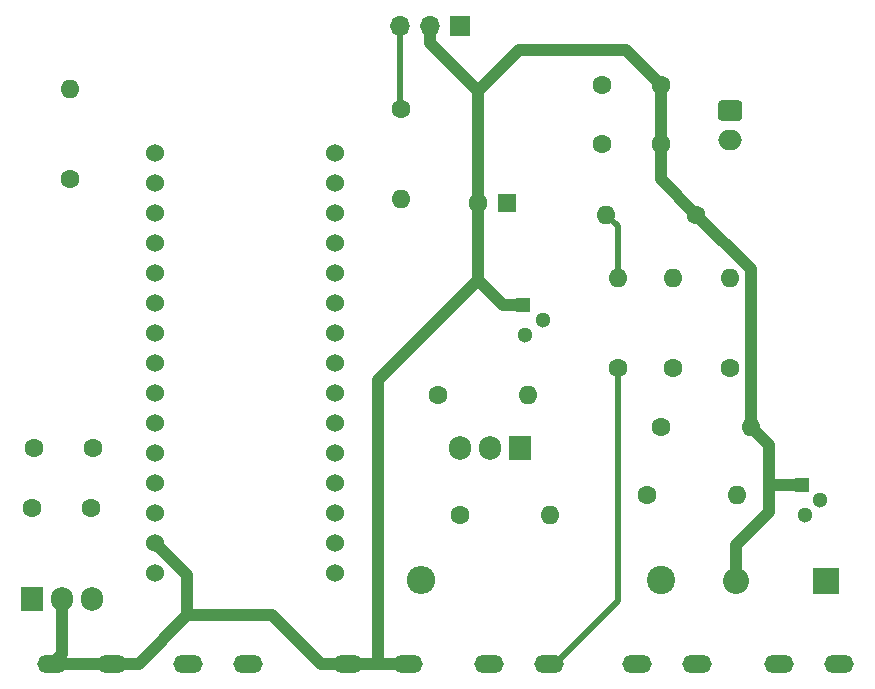
<source format=gbl>
G04 #@! TF.GenerationSoftware,KiCad,Pcbnew,5.1.5+dfsg1-2build2*
G04 #@! TF.CreationDate,2021-03-07T12:40:01-06:00*
G04 #@! TF.ProjectId,speaker-switcher-remote,73706561-6b65-4722-9d73-776974636865,rev?*
G04 #@! TF.SameCoordinates,Original*
G04 #@! TF.FileFunction,Copper,L2,Bot*
G04 #@! TF.FilePolarity,Positive*
%FSLAX46Y46*%
G04 Gerber Fmt 4.6, Leading zero omitted, Abs format (unit mm)*
G04 Created by KiCad (PCBNEW 5.1.5+dfsg1-2build2) date 2021-03-07 12:40:01*
%MOMM*%
%LPD*%
G04 APERTURE LIST*
%ADD10C,1.600000*%
%ADD11R,1.300000X1.300000*%
%ADD12C,1.300000*%
%ADD13O,1.600000X1.600000*%
%ADD14O,1.905000X2.000000*%
%ADD15R,1.905000X2.000000*%
%ADD16O,2.000000X1.700000*%
%ADD17C,0.100000*%
%ADD18O,2.200000X2.200000*%
%ADD19R,2.200000X2.200000*%
%ADD20O,2.500000X1.500000*%
%ADD21O,2.400000X2.400000*%
%ADD22C,2.400000*%
%ADD23C,1.524000*%
%ADD24O,1.700000X1.700000*%
%ADD25R,1.700000X1.700000*%
%ADD26R,1.600000X1.600000*%
%ADD27C,1.000000*%
%ADD28C,0.500000*%
G04 APERTURE END LIST*
D10*
X114125000Y-107235000D03*
X119125000Y-107235000D03*
X119000000Y-112315000D03*
X114000000Y-112315000D03*
D11*
X179200000Y-110410000D03*
D12*
X179450000Y-112950000D03*
X180720000Y-111680000D03*
D13*
X157860000Y-112950000D03*
D10*
X150240000Y-112950000D03*
D14*
X150240000Y-107235000D03*
X152780000Y-107235000D03*
D15*
X155320000Y-107235000D03*
D13*
X174870000Y-105500000D03*
D10*
X167250000Y-105500000D03*
D13*
X173658800Y-111222800D03*
D10*
X166038800Y-111222800D03*
D13*
X173100000Y-92880000D03*
D10*
X173100000Y-100500000D03*
D16*
X173100000Y-81160000D03*
G04 #@! TA.AperFunction,ComponentPad*
D17*
G36*
X173874504Y-77811204D02*
G01*
X173898773Y-77814804D01*
X173922571Y-77820765D01*
X173945671Y-77829030D01*
X173967849Y-77839520D01*
X173988893Y-77852133D01*
X174008598Y-77866747D01*
X174026777Y-77883223D01*
X174043253Y-77901402D01*
X174057867Y-77921107D01*
X174070480Y-77942151D01*
X174080970Y-77964329D01*
X174089235Y-77987429D01*
X174095196Y-78011227D01*
X174098796Y-78035496D01*
X174100000Y-78060000D01*
X174100000Y-79260000D01*
X174098796Y-79284504D01*
X174095196Y-79308773D01*
X174089235Y-79332571D01*
X174080970Y-79355671D01*
X174070480Y-79377849D01*
X174057867Y-79398893D01*
X174043253Y-79418598D01*
X174026777Y-79436777D01*
X174008598Y-79453253D01*
X173988893Y-79467867D01*
X173967849Y-79480480D01*
X173945671Y-79490970D01*
X173922571Y-79499235D01*
X173898773Y-79505196D01*
X173874504Y-79508796D01*
X173850000Y-79510000D01*
X172350000Y-79510000D01*
X172325496Y-79508796D01*
X172301227Y-79505196D01*
X172277429Y-79499235D01*
X172254329Y-79490970D01*
X172232151Y-79480480D01*
X172211107Y-79467867D01*
X172191402Y-79453253D01*
X172173223Y-79436777D01*
X172156747Y-79418598D01*
X172142133Y-79398893D01*
X172129520Y-79377849D01*
X172119030Y-79355671D01*
X172110765Y-79332571D01*
X172104804Y-79308773D01*
X172101204Y-79284504D01*
X172100000Y-79260000D01*
X172100000Y-78060000D01*
X172101204Y-78035496D01*
X172104804Y-78011227D01*
X172110765Y-77987429D01*
X172119030Y-77964329D01*
X172129520Y-77942151D01*
X172142133Y-77921107D01*
X172156747Y-77901402D01*
X172173223Y-77883223D01*
X172191402Y-77866747D01*
X172211107Y-77852133D01*
X172232151Y-77839520D01*
X172254329Y-77829030D01*
X172277429Y-77820765D01*
X172301227Y-77814804D01*
X172325496Y-77811204D01*
X172350000Y-77810000D01*
X173850000Y-77810000D01*
X173874504Y-77811204D01*
G37*
G04 #@! TD.AperFunction*
D18*
X173630000Y-118500000D03*
D19*
X181250000Y-118500000D03*
D13*
X162630000Y-87500000D03*
D10*
X170250000Y-87500000D03*
D13*
X155955000Y-102790000D03*
D10*
X148335000Y-102790000D03*
D13*
X117250000Y-76880000D03*
D10*
X117250000Y-84500000D03*
D13*
X145250000Y-86120000D03*
D10*
X145250000Y-78500000D03*
D13*
X163575000Y-92880000D03*
D10*
X163575000Y-100500000D03*
D13*
X168250000Y-92880000D03*
D10*
X168250000Y-100500000D03*
D14*
X119080000Y-120000000D03*
X116540000Y-120000000D03*
D15*
X114000000Y-120000000D03*
D20*
X140710000Y-125500000D03*
X145790000Y-125500000D03*
X152710000Y-125500000D03*
X157790000Y-125500000D03*
D21*
X146887200Y-118385600D03*
D22*
X167207200Y-118385600D03*
D11*
X155555000Y-95170000D03*
D12*
X155755000Y-97710000D03*
X157225000Y-96440000D03*
D20*
X115710000Y-125500000D03*
X120790000Y-125500000D03*
X127170000Y-125500000D03*
X132250000Y-125500000D03*
X165250000Y-125500000D03*
X170330000Y-125500000D03*
X177250000Y-125500000D03*
X182330000Y-125500000D03*
D23*
X139620000Y-117780000D03*
X139620000Y-115240000D03*
X139620000Y-112700000D03*
X139620000Y-110160000D03*
X139620000Y-107620000D03*
X139620000Y-105080000D03*
X139620000Y-102540000D03*
X139620000Y-100000000D03*
X139620000Y-97460000D03*
X139620000Y-94920000D03*
X139620000Y-92380000D03*
X139620000Y-89840000D03*
X139620000Y-87300000D03*
X139620000Y-84760000D03*
X139620000Y-82220000D03*
X124380000Y-117780000D03*
X124380000Y-115240000D03*
X124380000Y-112700000D03*
X124380000Y-110160000D03*
X124380000Y-107620000D03*
X124380000Y-105080000D03*
X124380000Y-102540000D03*
X124380000Y-100000000D03*
X124380000Y-97460000D03*
X124380000Y-94920000D03*
X124380000Y-92380000D03*
X124380000Y-89840000D03*
X124380000Y-87300000D03*
X124380000Y-84760000D03*
X124380000Y-82220000D03*
D24*
X145170000Y-71500000D03*
X147710000Y-71500000D03*
D25*
X150250000Y-71500000D03*
D10*
X167250000Y-81500000D03*
X162250000Y-81500000D03*
X167250000Y-76500000D03*
X162250000Y-76500000D03*
X151750000Y-86500000D03*
D26*
X154250000Y-86500000D03*
D27*
X167250000Y-76500000D02*
X167250000Y-81500000D01*
X167250000Y-84500000D02*
X170250000Y-87500000D01*
X167250000Y-81500000D02*
X167250000Y-84500000D01*
X174870000Y-92120000D02*
X174870000Y-105500000D01*
X170250000Y-87500000D02*
X174870000Y-92120000D01*
X164250000Y-73500000D02*
X167250000Y-76500000D01*
X155250000Y-73500000D02*
X164250000Y-73500000D01*
X151750000Y-77000000D02*
X155250000Y-73500000D01*
X151750000Y-86500000D02*
X151750000Y-77000000D01*
X147710000Y-72960000D02*
X147710000Y-71500000D01*
X151750000Y-77000000D02*
X147710000Y-72960000D01*
X116540000Y-124670000D02*
X115710000Y-125500000D01*
X116540000Y-120000000D02*
X116540000Y-124670000D01*
X115710000Y-125500000D02*
X120790000Y-125500000D01*
X120790000Y-125500000D02*
X123040000Y-125500000D01*
X138460000Y-125500000D02*
X140710000Y-125500000D01*
X134355000Y-121395000D02*
X138460000Y-125500000D01*
X127145000Y-121395000D02*
X134355000Y-121395000D01*
X123040000Y-125500000D02*
X127145000Y-121395000D01*
X127145000Y-118005000D02*
X127145000Y-121395000D01*
X124380000Y-115240000D02*
X127145000Y-118005000D01*
X176351200Y-112696000D02*
X176351200Y-110003600D01*
X173630000Y-115417200D02*
X176351200Y-112696000D01*
X173630000Y-118500000D02*
X173630000Y-115417200D01*
X176351200Y-106981200D02*
X174870000Y-105500000D01*
X176351200Y-110003600D02*
X176351200Y-106981200D01*
X140710000Y-125500000D02*
X145790000Y-125500000D01*
X142960000Y-125500000D02*
X140710000Y-125500000D01*
X143255000Y-125205000D02*
X142960000Y-125500000D01*
X151750000Y-93015000D02*
X151750000Y-86500000D01*
X153905000Y-95170000D02*
X151750000Y-93015000D01*
X155555000Y-95170000D02*
X153905000Y-95170000D01*
X176757600Y-110410000D02*
X176351200Y-110003600D01*
X179200000Y-110410000D02*
X176757600Y-110410000D01*
X151750000Y-93015000D02*
X151750000Y-93025000D01*
X143255000Y-101520000D02*
X143255000Y-125205000D01*
X151750000Y-93025000D02*
X143255000Y-101520000D01*
D28*
X163575000Y-120215000D02*
X163575000Y-100500000D01*
X158290000Y-125500000D02*
X163575000Y-120215000D01*
X157790000Y-125500000D02*
X158290000Y-125500000D01*
D27*
X114000000Y-120047500D02*
X114000000Y-120000000D01*
D28*
X145170000Y-78420000D02*
X145250000Y-78500000D01*
X145170000Y-71500000D02*
X145170000Y-78420000D01*
X163575000Y-88445000D02*
X162630000Y-87500000D01*
X163575000Y-92880000D02*
X163575000Y-88445000D01*
M02*

</source>
